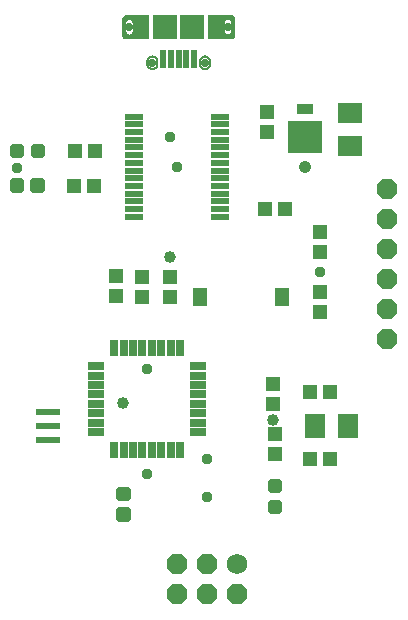
<source format=gbr>
G04 EAGLE Gerber RS-274X export*
G75*
%MOMM*%
%FSLAX34Y34*%
%LPD*%
%INSoldermask Top*%
%IPPOS*%
%AMOC8*
5,1,8,0,0,1.08239X$1,22.5*%
G01*
%ADD10R,1.203200X1.303200*%
%ADD11R,1.303200X1.203200*%
%ADD12C,0.505344*%
%ADD13R,1.600200X0.551200*%
%ADD14C,0.200000*%
%ADD15C,0.300000*%
%ADD16R,0.603200X1.553200*%
%ADD17R,1.378200X2.103200*%
%ADD18R,2.003200X2.103200*%
%ADD19C,0.703200*%
%ADD20C,1.727200*%
%ADD21P,1.869504X8X202.500000*%
%ADD22R,2.103200X0.603200*%
%ADD23R,1.203200X1.603200*%
%ADD24R,2.870200X2.743200*%
%ADD25R,1.473200X0.965200*%
%ADD26R,1.473200X0.762000*%
%ADD27R,0.762000X1.473200*%
%ADD28R,1.803200X2.003200*%
%ADD29R,2.003200X1.803200*%
%ADD30C,0.959600*%
%ADD31C,1.009600*%
%ADD32C,1.059600*%


D10*
X646684Y579764D03*
X646684Y596764D03*
D11*
X677300Y533400D03*
X694300Y533400D03*
X677300Y590550D03*
X694300Y590550D03*
X639708Y745236D03*
X656708Y745236D03*
D10*
X641350Y827650D03*
X641350Y810650D03*
D12*
X644210Y496370D02*
X651190Y496370D01*
X651190Y489390D01*
X644210Y489390D01*
X644210Y496370D01*
X644210Y494190D02*
X651190Y494190D01*
X651190Y513910D02*
X644210Y513910D01*
X651190Y513910D02*
X651190Y506930D01*
X644210Y506930D01*
X644210Y513910D01*
X644210Y511730D02*
X651190Y511730D01*
X443430Y761558D02*
X443430Y768538D01*
X450410Y768538D01*
X450410Y761558D01*
X443430Y761558D01*
X443430Y766358D02*
X450410Y766358D01*
X425890Y768538D02*
X425890Y761558D01*
X425890Y768538D02*
X432870Y768538D01*
X432870Y761558D01*
X425890Y761558D01*
X425890Y766358D02*
X432870Y766358D01*
X443684Y790768D02*
X443684Y797748D01*
X450664Y797748D01*
X450664Y790768D01*
X443684Y790768D01*
X443684Y795568D02*
X450664Y795568D01*
X426144Y797748D02*
X426144Y790768D01*
X426144Y797748D02*
X433124Y797748D01*
X433124Y790768D01*
X426144Y790768D01*
X426144Y795568D02*
X433124Y795568D01*
X516194Y490020D02*
X523174Y490020D01*
X523174Y483040D01*
X516194Y483040D01*
X516194Y490020D01*
X516194Y487840D02*
X523174Y487840D01*
X523174Y507560D02*
X516194Y507560D01*
X523174Y507560D02*
X523174Y500580D01*
X516194Y500580D01*
X516194Y507560D01*
X516194Y505380D02*
X523174Y505380D01*
D13*
X528590Y738800D03*
X528590Y745300D03*
X528590Y751800D03*
X528590Y758300D03*
X528590Y764800D03*
X528590Y771300D03*
X528590Y777800D03*
X528590Y790800D03*
X528590Y784300D03*
X528590Y797300D03*
X528590Y803800D03*
X528590Y810300D03*
X528590Y816800D03*
X528590Y823300D03*
X601710Y738800D03*
X601710Y745300D03*
X601710Y751800D03*
X601710Y758300D03*
X601710Y764800D03*
X601710Y771300D03*
X601710Y777800D03*
X601710Y784300D03*
X601710Y790800D03*
X601710Y797300D03*
X601710Y803800D03*
X601710Y810300D03*
X601710Y816800D03*
X601710Y823300D03*
D14*
X588670Y863910D02*
X588542Y863912D01*
X588413Y863918D01*
X588285Y863927D01*
X588158Y863941D01*
X588031Y863958D01*
X587904Y863980D01*
X587778Y864005D01*
X587653Y864033D01*
X587529Y864066D01*
X587406Y864102D01*
X587284Y864142D01*
X587163Y864186D01*
X587044Y864234D01*
X586926Y864284D01*
X586809Y864339D01*
X586695Y864397D01*
X586582Y864458D01*
X586471Y864523D01*
X586362Y864591D01*
X586256Y864662D01*
X586151Y864737D01*
X586049Y864814D01*
X585949Y864895D01*
X585852Y864979D01*
X585757Y865065D01*
X585665Y865155D01*
X585575Y865247D01*
X585489Y865342D01*
X585405Y865439D01*
X585324Y865539D01*
X585247Y865641D01*
X585172Y865746D01*
X585101Y865852D01*
X585033Y865961D01*
X584968Y866072D01*
X584907Y866185D01*
X584849Y866299D01*
X584794Y866416D01*
X584744Y866534D01*
X584696Y866653D01*
X584652Y866774D01*
X584612Y866896D01*
X584576Y867019D01*
X584543Y867143D01*
X584515Y867268D01*
X584490Y867394D01*
X584468Y867521D01*
X584451Y867648D01*
X584437Y867775D01*
X584428Y867903D01*
X584422Y868032D01*
X584420Y868160D01*
X584420Y870160D01*
X584422Y870288D01*
X584428Y870417D01*
X584437Y870545D01*
X584451Y870672D01*
X584468Y870799D01*
X584490Y870926D01*
X584515Y871052D01*
X584543Y871177D01*
X584576Y871301D01*
X584612Y871424D01*
X584652Y871546D01*
X584696Y871667D01*
X584744Y871786D01*
X584794Y871904D01*
X584849Y872021D01*
X584907Y872135D01*
X584968Y872248D01*
X585033Y872359D01*
X585101Y872468D01*
X585172Y872574D01*
X585247Y872679D01*
X585324Y872781D01*
X585405Y872881D01*
X585489Y872978D01*
X585575Y873073D01*
X585665Y873165D01*
X585757Y873255D01*
X585852Y873341D01*
X585949Y873425D01*
X586049Y873506D01*
X586151Y873583D01*
X586256Y873658D01*
X586362Y873729D01*
X586471Y873797D01*
X586582Y873862D01*
X586695Y873923D01*
X586809Y873981D01*
X586926Y874036D01*
X587044Y874086D01*
X587163Y874134D01*
X587284Y874178D01*
X587406Y874218D01*
X587529Y874254D01*
X587653Y874287D01*
X587778Y874315D01*
X587904Y874340D01*
X588031Y874362D01*
X588158Y874379D01*
X588285Y874393D01*
X588413Y874402D01*
X588542Y874408D01*
X588670Y874410D01*
X588798Y874408D01*
X588927Y874402D01*
X589055Y874393D01*
X589182Y874379D01*
X589309Y874362D01*
X589436Y874340D01*
X589562Y874315D01*
X589687Y874287D01*
X589811Y874254D01*
X589934Y874218D01*
X590056Y874178D01*
X590177Y874134D01*
X590296Y874086D01*
X590414Y874036D01*
X590531Y873981D01*
X590645Y873923D01*
X590758Y873862D01*
X590869Y873797D01*
X590978Y873729D01*
X591084Y873658D01*
X591189Y873583D01*
X591291Y873506D01*
X591391Y873425D01*
X591488Y873341D01*
X591583Y873255D01*
X591675Y873165D01*
X591765Y873073D01*
X591851Y872978D01*
X591935Y872881D01*
X592016Y872781D01*
X592093Y872679D01*
X592168Y872574D01*
X592239Y872468D01*
X592307Y872359D01*
X592372Y872248D01*
X592433Y872135D01*
X592491Y872021D01*
X592546Y871904D01*
X592596Y871786D01*
X592644Y871667D01*
X592688Y871546D01*
X592728Y871424D01*
X592764Y871301D01*
X592797Y871177D01*
X592825Y871052D01*
X592850Y870926D01*
X592872Y870799D01*
X592889Y870672D01*
X592903Y870545D01*
X592912Y870417D01*
X592918Y870288D01*
X592920Y870160D01*
X592920Y868160D01*
X592918Y868032D01*
X592912Y867903D01*
X592903Y867775D01*
X592889Y867648D01*
X592872Y867521D01*
X592850Y867394D01*
X592825Y867268D01*
X592797Y867143D01*
X592764Y867019D01*
X592728Y866896D01*
X592688Y866774D01*
X592644Y866653D01*
X592596Y866534D01*
X592546Y866416D01*
X592491Y866299D01*
X592433Y866185D01*
X592372Y866072D01*
X592307Y865961D01*
X592239Y865852D01*
X592168Y865746D01*
X592093Y865641D01*
X592016Y865539D01*
X591935Y865439D01*
X591851Y865342D01*
X591765Y865247D01*
X591675Y865155D01*
X591583Y865065D01*
X591488Y864979D01*
X591391Y864895D01*
X591291Y864814D01*
X591189Y864737D01*
X591084Y864662D01*
X590978Y864591D01*
X590869Y864523D01*
X590758Y864458D01*
X590645Y864397D01*
X590531Y864339D01*
X590414Y864284D01*
X590296Y864234D01*
X590177Y864186D01*
X590056Y864142D01*
X589934Y864102D01*
X589811Y864066D01*
X589687Y864033D01*
X589562Y864005D01*
X589436Y863980D01*
X589309Y863958D01*
X589182Y863941D01*
X589055Y863927D01*
X588927Y863918D01*
X588798Y863912D01*
X588670Y863910D01*
X544170Y863910D02*
X544042Y863912D01*
X543913Y863918D01*
X543785Y863927D01*
X543658Y863941D01*
X543531Y863958D01*
X543404Y863980D01*
X543278Y864005D01*
X543153Y864033D01*
X543029Y864066D01*
X542906Y864102D01*
X542784Y864142D01*
X542663Y864186D01*
X542544Y864234D01*
X542426Y864284D01*
X542309Y864339D01*
X542195Y864397D01*
X542082Y864458D01*
X541971Y864523D01*
X541862Y864591D01*
X541756Y864662D01*
X541651Y864737D01*
X541549Y864814D01*
X541449Y864895D01*
X541352Y864979D01*
X541257Y865065D01*
X541165Y865155D01*
X541075Y865247D01*
X540989Y865342D01*
X540905Y865439D01*
X540824Y865539D01*
X540747Y865641D01*
X540672Y865746D01*
X540601Y865852D01*
X540533Y865961D01*
X540468Y866072D01*
X540407Y866185D01*
X540349Y866299D01*
X540294Y866416D01*
X540244Y866534D01*
X540196Y866653D01*
X540152Y866774D01*
X540112Y866896D01*
X540076Y867019D01*
X540043Y867143D01*
X540015Y867268D01*
X539990Y867394D01*
X539968Y867521D01*
X539951Y867648D01*
X539937Y867775D01*
X539928Y867903D01*
X539922Y868032D01*
X539920Y868160D01*
X539920Y870160D01*
X539922Y870288D01*
X539928Y870417D01*
X539937Y870545D01*
X539951Y870672D01*
X539968Y870799D01*
X539990Y870926D01*
X540015Y871052D01*
X540043Y871177D01*
X540076Y871301D01*
X540112Y871424D01*
X540152Y871546D01*
X540196Y871667D01*
X540244Y871786D01*
X540294Y871904D01*
X540349Y872021D01*
X540407Y872135D01*
X540468Y872248D01*
X540533Y872359D01*
X540601Y872468D01*
X540672Y872574D01*
X540747Y872679D01*
X540824Y872781D01*
X540905Y872881D01*
X540989Y872978D01*
X541075Y873073D01*
X541165Y873165D01*
X541257Y873255D01*
X541352Y873341D01*
X541449Y873425D01*
X541549Y873506D01*
X541651Y873583D01*
X541756Y873658D01*
X541862Y873729D01*
X541971Y873797D01*
X542082Y873862D01*
X542195Y873923D01*
X542309Y873981D01*
X542426Y874036D01*
X542544Y874086D01*
X542663Y874134D01*
X542784Y874178D01*
X542906Y874218D01*
X543029Y874254D01*
X543153Y874287D01*
X543278Y874315D01*
X543404Y874340D01*
X543531Y874362D01*
X543658Y874379D01*
X543785Y874393D01*
X543913Y874402D01*
X544042Y874408D01*
X544170Y874410D01*
X544298Y874408D01*
X544427Y874402D01*
X544555Y874393D01*
X544682Y874379D01*
X544809Y874362D01*
X544936Y874340D01*
X545062Y874315D01*
X545187Y874287D01*
X545311Y874254D01*
X545434Y874218D01*
X545556Y874178D01*
X545677Y874134D01*
X545796Y874086D01*
X545914Y874036D01*
X546031Y873981D01*
X546145Y873923D01*
X546258Y873862D01*
X546369Y873797D01*
X546478Y873729D01*
X546584Y873658D01*
X546689Y873583D01*
X546791Y873506D01*
X546891Y873425D01*
X546988Y873341D01*
X547083Y873255D01*
X547175Y873165D01*
X547265Y873073D01*
X547351Y872978D01*
X547435Y872881D01*
X547516Y872781D01*
X547593Y872679D01*
X547668Y872574D01*
X547739Y872468D01*
X547807Y872359D01*
X547872Y872248D01*
X547933Y872135D01*
X547991Y872021D01*
X548046Y871904D01*
X548096Y871786D01*
X548144Y871667D01*
X548188Y871546D01*
X548228Y871424D01*
X548264Y871301D01*
X548297Y871177D01*
X548325Y871052D01*
X548350Y870926D01*
X548372Y870799D01*
X548389Y870672D01*
X548403Y870545D01*
X548412Y870417D01*
X548418Y870288D01*
X548420Y870160D01*
X548420Y868160D01*
X548418Y868032D01*
X548412Y867903D01*
X548403Y867775D01*
X548389Y867648D01*
X548372Y867521D01*
X548350Y867394D01*
X548325Y867268D01*
X548297Y867143D01*
X548264Y867019D01*
X548228Y866896D01*
X548188Y866774D01*
X548144Y866653D01*
X548096Y866534D01*
X548046Y866416D01*
X547991Y866299D01*
X547933Y866185D01*
X547872Y866072D01*
X547807Y865961D01*
X547739Y865852D01*
X547668Y865746D01*
X547593Y865641D01*
X547516Y865539D01*
X547435Y865439D01*
X547351Y865342D01*
X547265Y865247D01*
X547175Y865155D01*
X547083Y865065D01*
X546988Y864979D01*
X546891Y864895D01*
X546791Y864814D01*
X546689Y864737D01*
X546584Y864662D01*
X546478Y864591D01*
X546369Y864523D01*
X546258Y864458D01*
X546145Y864397D01*
X546031Y864339D01*
X545914Y864284D01*
X545796Y864234D01*
X545677Y864186D01*
X545556Y864142D01*
X545434Y864102D01*
X545311Y864066D01*
X545187Y864033D01*
X545062Y864005D01*
X544936Y863980D01*
X544809Y863958D01*
X544682Y863941D01*
X544555Y863927D01*
X544427Y863918D01*
X544298Y863912D01*
X544170Y863910D01*
D15*
X603670Y895660D02*
X603672Y895527D01*
X603678Y895393D01*
X603688Y895260D01*
X603702Y895128D01*
X603719Y894996D01*
X603741Y894864D01*
X603766Y894733D01*
X603796Y894603D01*
X603829Y894474D01*
X603866Y894346D01*
X603907Y894219D01*
X603952Y894093D01*
X604000Y893969D01*
X604052Y893846D01*
X604107Y893725D01*
X604167Y893605D01*
X604229Y893487D01*
X604295Y893372D01*
X604365Y893258D01*
X604438Y893146D01*
X604514Y893037D01*
X604593Y892929D01*
X604676Y892825D01*
X604761Y892722D01*
X604850Y892623D01*
X604941Y892526D01*
X605036Y892431D01*
X605133Y892340D01*
X605232Y892251D01*
X605335Y892166D01*
X605439Y892083D01*
X605547Y892004D01*
X605656Y891928D01*
X605768Y891855D01*
X605882Y891785D01*
X605997Y891719D01*
X606115Y891657D01*
X606235Y891597D01*
X606356Y891542D01*
X606479Y891490D01*
X606603Y891442D01*
X606729Y891397D01*
X606856Y891356D01*
X606984Y891319D01*
X607113Y891286D01*
X607243Y891256D01*
X607374Y891231D01*
X607506Y891209D01*
X607638Y891192D01*
X607770Y891178D01*
X607903Y891168D01*
X608037Y891162D01*
X608170Y891160D01*
X603670Y895660D02*
X603670Y902660D01*
X603672Y902793D01*
X603678Y902927D01*
X603688Y903060D01*
X603702Y903192D01*
X603719Y903324D01*
X603741Y903456D01*
X603766Y903587D01*
X603796Y903717D01*
X603829Y903846D01*
X603866Y903974D01*
X603907Y904101D01*
X603952Y904227D01*
X604000Y904351D01*
X604052Y904474D01*
X604107Y904595D01*
X604167Y904715D01*
X604229Y904833D01*
X604295Y904948D01*
X604365Y905062D01*
X604438Y905174D01*
X604514Y905283D01*
X604593Y905391D01*
X604676Y905495D01*
X604761Y905598D01*
X604850Y905697D01*
X604941Y905794D01*
X605036Y905889D01*
X605133Y905980D01*
X605232Y906069D01*
X605335Y906154D01*
X605439Y906237D01*
X605547Y906316D01*
X605656Y906392D01*
X605768Y906465D01*
X605882Y906535D01*
X605997Y906601D01*
X606115Y906663D01*
X606235Y906723D01*
X606356Y906778D01*
X606479Y906830D01*
X606603Y906878D01*
X606729Y906923D01*
X606856Y906964D01*
X606984Y907001D01*
X607113Y907034D01*
X607243Y907064D01*
X607374Y907089D01*
X607506Y907111D01*
X607638Y907128D01*
X607770Y907142D01*
X607903Y907152D01*
X608037Y907158D01*
X608170Y907160D01*
X608303Y907158D01*
X608437Y907152D01*
X608570Y907142D01*
X608702Y907128D01*
X608834Y907111D01*
X608966Y907089D01*
X609097Y907064D01*
X609227Y907034D01*
X609356Y907001D01*
X609484Y906964D01*
X609611Y906923D01*
X609737Y906878D01*
X609861Y906830D01*
X609984Y906778D01*
X610105Y906723D01*
X610225Y906663D01*
X610343Y906601D01*
X610458Y906535D01*
X610572Y906465D01*
X610684Y906392D01*
X610793Y906316D01*
X610901Y906237D01*
X611005Y906154D01*
X611108Y906069D01*
X611207Y905980D01*
X611304Y905889D01*
X611399Y905794D01*
X611490Y905697D01*
X611579Y905598D01*
X611664Y905495D01*
X611747Y905391D01*
X611826Y905283D01*
X611902Y905174D01*
X611975Y905062D01*
X612045Y904948D01*
X612111Y904833D01*
X612173Y904715D01*
X612233Y904595D01*
X612288Y904474D01*
X612340Y904351D01*
X612388Y904227D01*
X612433Y904101D01*
X612474Y903974D01*
X612511Y903846D01*
X612544Y903717D01*
X612574Y903587D01*
X612599Y903456D01*
X612621Y903324D01*
X612638Y903192D01*
X612652Y903060D01*
X612662Y902927D01*
X612668Y902793D01*
X612670Y902660D01*
X612670Y895660D01*
X612668Y895527D01*
X612662Y895393D01*
X612652Y895260D01*
X612638Y895128D01*
X612621Y894996D01*
X612599Y894864D01*
X612574Y894733D01*
X612544Y894603D01*
X612511Y894474D01*
X612474Y894346D01*
X612433Y894219D01*
X612388Y894093D01*
X612340Y893969D01*
X612288Y893846D01*
X612233Y893725D01*
X612173Y893605D01*
X612111Y893487D01*
X612045Y893372D01*
X611975Y893258D01*
X611902Y893146D01*
X611826Y893037D01*
X611747Y892929D01*
X611664Y892825D01*
X611579Y892722D01*
X611490Y892623D01*
X611399Y892526D01*
X611304Y892431D01*
X611207Y892340D01*
X611108Y892251D01*
X611005Y892166D01*
X610901Y892083D01*
X610793Y892004D01*
X610684Y891928D01*
X610572Y891855D01*
X610458Y891785D01*
X610343Y891719D01*
X610225Y891657D01*
X610105Y891597D01*
X609984Y891542D01*
X609861Y891490D01*
X609737Y891442D01*
X609611Y891397D01*
X609484Y891356D01*
X609356Y891319D01*
X609227Y891286D01*
X609097Y891256D01*
X608966Y891231D01*
X608834Y891209D01*
X608702Y891192D01*
X608570Y891178D01*
X608437Y891168D01*
X608303Y891162D01*
X608170Y891160D01*
D14*
X610670Y889660D02*
X603170Y889660D01*
X610670Y889660D02*
X610768Y889662D01*
X610866Y889668D01*
X610964Y889677D01*
X611061Y889691D01*
X611158Y889708D01*
X611254Y889729D01*
X611349Y889754D01*
X611443Y889782D01*
X611535Y889815D01*
X611627Y889850D01*
X611717Y889890D01*
X611805Y889932D01*
X611892Y889979D01*
X611976Y890028D01*
X612059Y890081D01*
X612139Y890137D01*
X612218Y890197D01*
X612294Y890259D01*
X612367Y890324D01*
X612438Y890392D01*
X612506Y890463D01*
X612571Y890536D01*
X612633Y890612D01*
X612693Y890691D01*
X612749Y890771D01*
X612802Y890854D01*
X612851Y890938D01*
X612898Y891025D01*
X612940Y891113D01*
X612980Y891203D01*
X613015Y891295D01*
X613048Y891387D01*
X613076Y891481D01*
X613101Y891576D01*
X613122Y891672D01*
X613139Y891769D01*
X613153Y891866D01*
X613162Y891964D01*
X613168Y892062D01*
X613170Y892160D01*
X613170Y906160D01*
X613168Y906258D01*
X613162Y906356D01*
X613153Y906454D01*
X613139Y906551D01*
X613122Y906648D01*
X613101Y906744D01*
X613076Y906839D01*
X613048Y906933D01*
X613015Y907025D01*
X612980Y907117D01*
X612940Y907207D01*
X612898Y907295D01*
X612851Y907382D01*
X612802Y907466D01*
X612749Y907549D01*
X612693Y907629D01*
X612633Y907708D01*
X612571Y907784D01*
X612506Y907857D01*
X612438Y907928D01*
X612367Y907996D01*
X612294Y908061D01*
X612218Y908123D01*
X612139Y908183D01*
X612059Y908239D01*
X611976Y908292D01*
X611892Y908341D01*
X611805Y908388D01*
X611717Y908430D01*
X611627Y908470D01*
X611535Y908505D01*
X611443Y908538D01*
X611349Y908566D01*
X611254Y908591D01*
X611158Y908612D01*
X611061Y908629D01*
X610964Y908643D01*
X610866Y908652D01*
X610768Y908658D01*
X610670Y908660D01*
X603170Y908660D01*
X603170Y889660D01*
D15*
X529170Y895660D02*
X529168Y895527D01*
X529162Y895393D01*
X529152Y895260D01*
X529138Y895128D01*
X529121Y894996D01*
X529099Y894864D01*
X529074Y894733D01*
X529044Y894603D01*
X529011Y894474D01*
X528974Y894346D01*
X528933Y894219D01*
X528888Y894093D01*
X528840Y893969D01*
X528788Y893846D01*
X528733Y893725D01*
X528673Y893605D01*
X528611Y893487D01*
X528545Y893372D01*
X528475Y893258D01*
X528402Y893146D01*
X528326Y893037D01*
X528247Y892929D01*
X528164Y892825D01*
X528079Y892722D01*
X527990Y892623D01*
X527899Y892526D01*
X527804Y892431D01*
X527707Y892340D01*
X527608Y892251D01*
X527505Y892166D01*
X527401Y892083D01*
X527293Y892004D01*
X527184Y891928D01*
X527072Y891855D01*
X526958Y891785D01*
X526843Y891719D01*
X526725Y891657D01*
X526605Y891597D01*
X526484Y891542D01*
X526361Y891490D01*
X526237Y891442D01*
X526111Y891397D01*
X525984Y891356D01*
X525856Y891319D01*
X525727Y891286D01*
X525597Y891256D01*
X525466Y891231D01*
X525334Y891209D01*
X525202Y891192D01*
X525070Y891178D01*
X524937Y891168D01*
X524803Y891162D01*
X524670Y891160D01*
X529170Y895660D02*
X529170Y902660D01*
X529168Y902793D01*
X529162Y902927D01*
X529152Y903060D01*
X529138Y903192D01*
X529121Y903324D01*
X529099Y903456D01*
X529074Y903587D01*
X529044Y903717D01*
X529011Y903846D01*
X528974Y903974D01*
X528933Y904101D01*
X528888Y904227D01*
X528840Y904351D01*
X528788Y904474D01*
X528733Y904595D01*
X528673Y904715D01*
X528611Y904833D01*
X528545Y904948D01*
X528475Y905062D01*
X528402Y905174D01*
X528326Y905283D01*
X528247Y905391D01*
X528164Y905495D01*
X528079Y905598D01*
X527990Y905697D01*
X527899Y905794D01*
X527804Y905889D01*
X527707Y905980D01*
X527608Y906069D01*
X527505Y906154D01*
X527401Y906237D01*
X527293Y906316D01*
X527184Y906392D01*
X527072Y906465D01*
X526958Y906535D01*
X526843Y906601D01*
X526725Y906663D01*
X526605Y906723D01*
X526484Y906778D01*
X526361Y906830D01*
X526237Y906878D01*
X526111Y906923D01*
X525984Y906964D01*
X525856Y907001D01*
X525727Y907034D01*
X525597Y907064D01*
X525466Y907089D01*
X525334Y907111D01*
X525202Y907128D01*
X525070Y907142D01*
X524937Y907152D01*
X524803Y907158D01*
X524670Y907160D01*
X524537Y907158D01*
X524403Y907152D01*
X524270Y907142D01*
X524138Y907128D01*
X524006Y907111D01*
X523874Y907089D01*
X523743Y907064D01*
X523613Y907034D01*
X523484Y907001D01*
X523356Y906964D01*
X523229Y906923D01*
X523103Y906878D01*
X522979Y906830D01*
X522856Y906778D01*
X522735Y906723D01*
X522615Y906663D01*
X522497Y906601D01*
X522382Y906535D01*
X522268Y906465D01*
X522156Y906392D01*
X522047Y906316D01*
X521939Y906237D01*
X521835Y906154D01*
X521732Y906069D01*
X521633Y905980D01*
X521536Y905889D01*
X521441Y905794D01*
X521350Y905697D01*
X521261Y905598D01*
X521176Y905495D01*
X521093Y905391D01*
X521014Y905283D01*
X520938Y905174D01*
X520865Y905062D01*
X520795Y904948D01*
X520729Y904833D01*
X520667Y904715D01*
X520607Y904595D01*
X520552Y904474D01*
X520500Y904351D01*
X520452Y904227D01*
X520407Y904101D01*
X520366Y903974D01*
X520329Y903846D01*
X520296Y903717D01*
X520266Y903587D01*
X520241Y903456D01*
X520219Y903324D01*
X520202Y903192D01*
X520188Y903060D01*
X520178Y902927D01*
X520172Y902793D01*
X520170Y902660D01*
X520170Y895660D01*
X520172Y895527D01*
X520178Y895393D01*
X520188Y895260D01*
X520202Y895128D01*
X520219Y894996D01*
X520241Y894864D01*
X520266Y894733D01*
X520296Y894603D01*
X520329Y894474D01*
X520366Y894346D01*
X520407Y894219D01*
X520452Y894093D01*
X520500Y893969D01*
X520552Y893846D01*
X520607Y893725D01*
X520667Y893605D01*
X520729Y893487D01*
X520795Y893372D01*
X520865Y893258D01*
X520938Y893146D01*
X521014Y893037D01*
X521093Y892929D01*
X521176Y892825D01*
X521261Y892722D01*
X521350Y892623D01*
X521441Y892526D01*
X521536Y892431D01*
X521633Y892340D01*
X521732Y892251D01*
X521835Y892166D01*
X521939Y892083D01*
X522047Y892004D01*
X522156Y891928D01*
X522268Y891855D01*
X522382Y891785D01*
X522497Y891719D01*
X522615Y891657D01*
X522735Y891597D01*
X522856Y891542D01*
X522979Y891490D01*
X523103Y891442D01*
X523229Y891397D01*
X523356Y891356D01*
X523484Y891319D01*
X523613Y891286D01*
X523743Y891256D01*
X523874Y891231D01*
X524006Y891209D01*
X524138Y891192D01*
X524270Y891178D01*
X524403Y891168D01*
X524537Y891162D01*
X524670Y891160D01*
D14*
X522170Y889660D02*
X529670Y889660D01*
X522170Y889660D02*
X522072Y889662D01*
X521974Y889668D01*
X521876Y889677D01*
X521779Y889691D01*
X521682Y889708D01*
X521586Y889729D01*
X521491Y889754D01*
X521397Y889782D01*
X521305Y889815D01*
X521213Y889850D01*
X521123Y889890D01*
X521035Y889932D01*
X520948Y889979D01*
X520864Y890028D01*
X520781Y890081D01*
X520701Y890137D01*
X520622Y890197D01*
X520546Y890259D01*
X520473Y890324D01*
X520402Y890392D01*
X520334Y890463D01*
X520269Y890536D01*
X520207Y890612D01*
X520147Y890691D01*
X520091Y890771D01*
X520038Y890854D01*
X519989Y890938D01*
X519942Y891025D01*
X519900Y891113D01*
X519860Y891203D01*
X519825Y891295D01*
X519792Y891387D01*
X519764Y891481D01*
X519739Y891576D01*
X519718Y891672D01*
X519701Y891769D01*
X519687Y891866D01*
X519678Y891964D01*
X519672Y892062D01*
X519670Y892160D01*
X519670Y906160D01*
X519672Y906258D01*
X519678Y906356D01*
X519687Y906454D01*
X519701Y906551D01*
X519718Y906648D01*
X519739Y906744D01*
X519764Y906839D01*
X519792Y906933D01*
X519825Y907025D01*
X519860Y907117D01*
X519900Y907207D01*
X519942Y907295D01*
X519989Y907382D01*
X520038Y907466D01*
X520091Y907549D01*
X520147Y907629D01*
X520207Y907708D01*
X520269Y907784D01*
X520334Y907857D01*
X520402Y907928D01*
X520473Y907996D01*
X520546Y908061D01*
X520622Y908123D01*
X520701Y908183D01*
X520781Y908239D01*
X520864Y908292D01*
X520948Y908341D01*
X521035Y908388D01*
X521123Y908430D01*
X521213Y908470D01*
X521305Y908505D01*
X521397Y908538D01*
X521491Y908566D01*
X521586Y908591D01*
X521682Y908612D01*
X521779Y908629D01*
X521876Y908643D01*
X521974Y908652D01*
X522072Y908658D01*
X522170Y908660D01*
X529670Y908660D01*
X529670Y889660D01*
D16*
X566420Y872410D03*
X559920Y872410D03*
X553420Y872410D03*
X572920Y872410D03*
X579420Y872410D03*
D17*
X598288Y899160D03*
D18*
X554920Y899160D03*
X577920Y899160D03*
D17*
X534553Y899160D03*
D19*
X588670Y869160D03*
X544170Y869160D03*
X608170Y899160D03*
X524670Y899160D03*
D11*
X558800Y670950D03*
X558800Y687950D03*
X535432Y687950D03*
X535432Y670950D03*
X513588Y688204D03*
X513588Y671204D03*
X647700Y537600D03*
X647700Y554600D03*
D10*
X477910Y765048D03*
X494910Y765048D03*
X478926Y794258D03*
X495926Y794258D03*
D20*
X615950Y444500D03*
D21*
X590550Y444500D03*
X565150Y444500D03*
X615950Y419100D03*
X590550Y419100D03*
X565150Y419100D03*
D22*
X455582Y549370D03*
X455582Y561370D03*
X455582Y573370D03*
D23*
X654130Y670926D03*
X584130Y670926D03*
D24*
X673100Y806450D03*
D25*
X673049Y829488D03*
D26*
X496824Y612200D03*
X496824Y604200D03*
X496824Y596200D03*
X496824Y588200D03*
X496824Y580200D03*
X496824Y572200D03*
X496824Y564200D03*
X496824Y556200D03*
D27*
X511750Y541274D03*
X519750Y541274D03*
X527750Y541274D03*
X535750Y541274D03*
X543750Y541274D03*
X551750Y541274D03*
X559750Y541274D03*
X567750Y541274D03*
D26*
X582676Y556200D03*
X582676Y564200D03*
X582676Y572200D03*
X582676Y580200D03*
X582676Y588200D03*
X582676Y596200D03*
X582676Y604200D03*
X582676Y612200D03*
D27*
X567750Y627126D03*
X559750Y627126D03*
X551750Y627126D03*
X543750Y627126D03*
X535750Y627126D03*
X527750Y627126D03*
X519750Y627126D03*
X511750Y627126D03*
D28*
X681452Y561594D03*
X709452Y561594D03*
D29*
X711200Y826800D03*
X711200Y798800D03*
D21*
X742950Y635000D03*
X742950Y660400D03*
X742950Y685800D03*
X742950Y711200D03*
X742950Y736600D03*
X742950Y762000D03*
D11*
X685800Y675250D03*
X685800Y658250D03*
X685800Y709050D03*
X685800Y726050D03*
D30*
X539750Y520700D03*
X539750Y609600D03*
D31*
X646430Y566674D03*
X518922Y580644D03*
X558800Y704850D03*
D30*
X565150Y781050D03*
X429768Y779780D03*
D32*
X673100Y781050D03*
D30*
X685800Y692150D03*
X590550Y501650D03*
X590550Y533400D03*
X558800Y806450D03*
M02*

</source>
